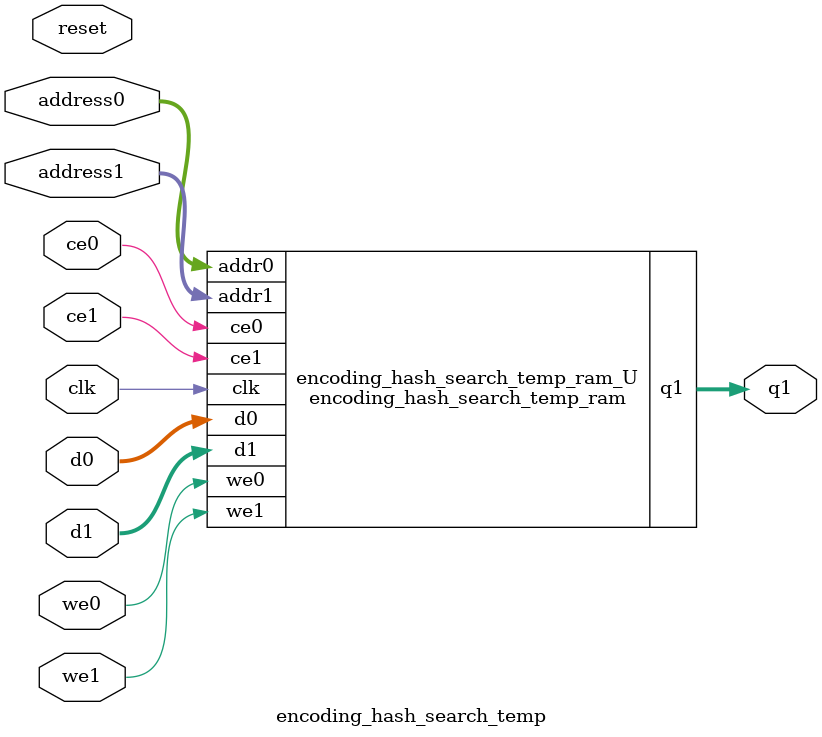
<source format=v>
`timescale 1 ns / 1 ps
module encoding_hash_search_temp_ram (addr0, ce0, d0, we0, addr1, ce1, d1, we1, q1,  clk);

parameter DWIDTH = 32;
parameter AWIDTH = 4;
parameter MEM_SIZE = 14;

input[AWIDTH-1:0] addr0;
input ce0;
input[DWIDTH-1:0] d0;
input we0;
input[AWIDTH-1:0] addr1;
input ce1;
input[DWIDTH-1:0] d1;
input we1;
output reg[DWIDTH-1:0] q1;
input clk;

reg [DWIDTH-1:0] ram[0:MEM_SIZE-1];




always @(posedge clk)  
begin 
    if (ce0) begin
        if (we0) 
            ram[addr0] <= d0; 
    end
end


always @(posedge clk)  
begin 
    if (ce1) begin
        if (we1) 
            ram[addr1] <= d1; 
        q1 <= ram[addr1];
    end
end


endmodule

`timescale 1 ns / 1 ps
module encoding_hash_search_temp(
    reset,
    clk,
    address0,
    ce0,
    we0,
    d0,
    address1,
    ce1,
    we1,
    d1,
    q1);

parameter DataWidth = 32'd32;
parameter AddressRange = 32'd14;
parameter AddressWidth = 32'd4;
input reset;
input clk;
input[AddressWidth - 1:0] address0;
input ce0;
input we0;
input[DataWidth - 1:0] d0;
input[AddressWidth - 1:0] address1;
input ce1;
input we1;
input[DataWidth - 1:0] d1;
output[DataWidth - 1:0] q1;



encoding_hash_search_temp_ram encoding_hash_search_temp_ram_U(
    .clk( clk ),
    .addr0( address0 ),
    .ce0( ce0 ),
    .we0( we0 ),
    .d0( d0 ),
    .addr1( address1 ),
    .ce1( ce1 ),
    .we1( we1 ),
    .d1( d1 ),
    .q1( q1 ));

endmodule


</source>
